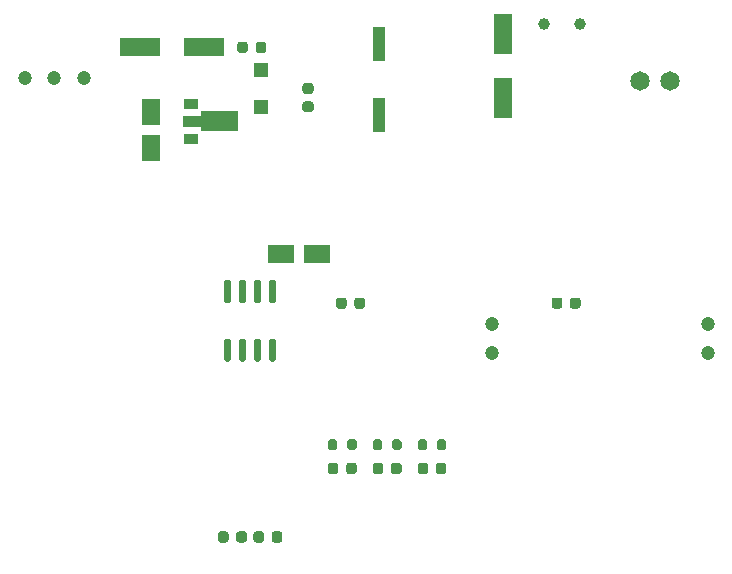
<source format=gbr>
%TF.GenerationSoftware,KiCad,Pcbnew,(5.1.10)-1*%
%TF.CreationDate,2022-02-04T20:39:48+09:00*%
%TF.ProjectId,Power,506f7765-722e-46b6-9963-61645f706362,rev?*%
%TF.SameCoordinates,Original*%
%TF.FileFunction,Soldermask,Bot*%
%TF.FilePolarity,Negative*%
%FSLAX46Y46*%
G04 Gerber Fmt 4.6, Leading zero omitted, Abs format (unit mm)*
G04 Created by KiCad (PCBNEW (5.1.10)-1) date 2022-02-04 20:39:48*
%MOMM*%
%LPD*%
G01*
G04 APERTURE LIST*
%ADD10C,1.200000*%
%ADD11C,1.000000*%
%ADD12R,3.500000X1.600000*%
%ADD13R,1.600000X2.200000*%
%ADD14R,1.600000X3.500000*%
%ADD15R,2.200000X1.600000*%
%ADD16R,1.000000X3.000000*%
%ADD17R,1.220000X1.150000*%
%ADD18C,1.650000*%
%ADD19R,1.300000X0.900000*%
%ADD20C,0.100000*%
G04 APERTURE END LIST*
D10*
%TO.C,J5*%
X30750000Y-3250000D03*
X30750000Y-750000D03*
%TD*%
D11*
%TO.C,SW1*%
X19900000Y24600000D03*
X16900000Y24600000D03*
%TD*%
D12*
%TO.C,C1*%
X-17300000Y22650000D03*
X-11900000Y22650000D03*
%TD*%
D13*
%TO.C,C2*%
X-16350000Y17150000D03*
X-16350000Y14150000D03*
%TD*%
D14*
%TO.C,C3*%
X13400000Y23800000D03*
X13400000Y18400000D03*
%TD*%
D15*
%TO.C,C4*%
X-2350000Y5150000D03*
X-5350000Y5150000D03*
%TD*%
D16*
%TO.C,C5*%
X2900000Y16900000D03*
X2900000Y22900000D03*
%TD*%
%TO.C,C6*%
G36*
G01*
X-2850000Y18725000D02*
X-3350000Y18725000D01*
G75*
G02*
X-3575000Y18950000I0J225000D01*
G01*
X-3575000Y19400000D01*
G75*
G02*
X-3350000Y19625000I225000J0D01*
G01*
X-2850000Y19625000D01*
G75*
G02*
X-2625000Y19400000I0J-225000D01*
G01*
X-2625000Y18950000D01*
G75*
G02*
X-2850000Y18725000I-225000J0D01*
G01*
G37*
G36*
G01*
X-2850000Y17175000D02*
X-3350000Y17175000D01*
G75*
G02*
X-3575000Y17400000I0J225000D01*
G01*
X-3575000Y17850000D01*
G75*
G02*
X-3350000Y18075000I225000J0D01*
G01*
X-2850000Y18075000D01*
G75*
G02*
X-2625000Y17850000I0J-225000D01*
G01*
X-2625000Y17400000D01*
G75*
G02*
X-2850000Y17175000I-225000J0D01*
G01*
G37*
%TD*%
%TO.C,C8*%
G36*
G01*
X-5275000Y-18550000D02*
X-5275000Y-19050000D01*
G75*
G02*
X-5500000Y-19275000I-225000J0D01*
G01*
X-5950000Y-19275000D01*
G75*
G02*
X-6175000Y-19050000I0J225000D01*
G01*
X-6175000Y-18550000D01*
G75*
G02*
X-5950000Y-18325000I225000J0D01*
G01*
X-5500000Y-18325000D01*
G75*
G02*
X-5275000Y-18550000I0J-225000D01*
G01*
G37*
G36*
G01*
X-6825000Y-18550000D02*
X-6825000Y-19050000D01*
G75*
G02*
X-7050000Y-19275000I-225000J0D01*
G01*
X-7500000Y-19275000D01*
G75*
G02*
X-7725000Y-19050000I0J225000D01*
G01*
X-7725000Y-18550000D01*
G75*
G02*
X-7500000Y-18325000I225000J0D01*
G01*
X-7050000Y-18325000D01*
G75*
G02*
X-6825000Y-18550000I0J-225000D01*
G01*
G37*
%TD*%
%TO.C,C9*%
G36*
G01*
X-9175000Y-19050000D02*
X-9175000Y-18550000D01*
G75*
G02*
X-8950000Y-18325000I225000J0D01*
G01*
X-8500000Y-18325000D01*
G75*
G02*
X-8275000Y-18550000I0J-225000D01*
G01*
X-8275000Y-19050000D01*
G75*
G02*
X-8500000Y-19275000I-225000J0D01*
G01*
X-8950000Y-19275000D01*
G75*
G02*
X-9175000Y-19050000I0J225000D01*
G01*
G37*
G36*
G01*
X-10725000Y-19050000D02*
X-10725000Y-18550000D01*
G75*
G02*
X-10500000Y-18325000I225000J0D01*
G01*
X-10050000Y-18325000D01*
G75*
G02*
X-9825000Y-18550000I0J-225000D01*
G01*
X-9825000Y-19050000D01*
G75*
G02*
X-10050000Y-19275000I-225000J0D01*
G01*
X-10500000Y-19275000D01*
G75*
G02*
X-10725000Y-19050000I0J225000D01*
G01*
G37*
%TD*%
%TO.C,C11*%
G36*
G01*
X7075000Y-12750000D02*
X7075000Y-13250000D01*
G75*
G02*
X6850000Y-13475000I-225000J0D01*
G01*
X6400000Y-13475000D01*
G75*
G02*
X6175000Y-13250000I0J225000D01*
G01*
X6175000Y-12750000D01*
G75*
G02*
X6400000Y-12525000I225000J0D01*
G01*
X6850000Y-12525000D01*
G75*
G02*
X7075000Y-12750000I0J-225000D01*
G01*
G37*
G36*
G01*
X8625000Y-12750000D02*
X8625000Y-13250000D01*
G75*
G02*
X8400000Y-13475000I-225000J0D01*
G01*
X7950000Y-13475000D01*
G75*
G02*
X7725000Y-13250000I0J225000D01*
G01*
X7725000Y-12750000D01*
G75*
G02*
X7950000Y-12525000I225000J0D01*
G01*
X8400000Y-12525000D01*
G75*
G02*
X8625000Y-12750000I0J-225000D01*
G01*
G37*
%TD*%
%TO.C,C12*%
G36*
G01*
X4825000Y-12750000D02*
X4825000Y-13250000D01*
G75*
G02*
X4600000Y-13475000I-225000J0D01*
G01*
X4150000Y-13475000D01*
G75*
G02*
X3925000Y-13250000I0J225000D01*
G01*
X3925000Y-12750000D01*
G75*
G02*
X4150000Y-12525000I225000J0D01*
G01*
X4600000Y-12525000D01*
G75*
G02*
X4825000Y-12750000I0J-225000D01*
G01*
G37*
G36*
G01*
X3275000Y-12750000D02*
X3275000Y-13250000D01*
G75*
G02*
X3050000Y-13475000I-225000J0D01*
G01*
X2600000Y-13475000D01*
G75*
G02*
X2375000Y-13250000I0J225000D01*
G01*
X2375000Y-12750000D01*
G75*
G02*
X2600000Y-12525000I225000J0D01*
G01*
X3050000Y-12525000D01*
G75*
G02*
X3275000Y-12750000I0J-225000D01*
G01*
G37*
%TD*%
%TO.C,C13*%
G36*
G01*
X1025000Y-12750000D02*
X1025000Y-13250000D01*
G75*
G02*
X800000Y-13475000I-225000J0D01*
G01*
X350000Y-13475000D01*
G75*
G02*
X125000Y-13250000I0J225000D01*
G01*
X125000Y-12750000D01*
G75*
G02*
X350000Y-12525000I225000J0D01*
G01*
X800000Y-12525000D01*
G75*
G02*
X1025000Y-12750000I0J-225000D01*
G01*
G37*
G36*
G01*
X-525000Y-12750000D02*
X-525000Y-13250000D01*
G75*
G02*
X-750000Y-13475000I-225000J0D01*
G01*
X-1200000Y-13475000D01*
G75*
G02*
X-1425000Y-13250000I0J225000D01*
G01*
X-1425000Y-12750000D01*
G75*
G02*
X-1200000Y-12525000I225000J0D01*
G01*
X-750000Y-12525000D01*
G75*
G02*
X-525000Y-12750000I0J-225000D01*
G01*
G37*
%TD*%
%TO.C,C20*%
G36*
G01*
X17525000Y750000D02*
X17525000Y1250000D01*
G75*
G02*
X17750000Y1475000I225000J0D01*
G01*
X18200000Y1475000D01*
G75*
G02*
X18425000Y1250000I0J-225000D01*
G01*
X18425000Y750000D01*
G75*
G02*
X18200000Y525000I-225000J0D01*
G01*
X17750000Y525000D01*
G75*
G02*
X17525000Y750000I0J225000D01*
G01*
G37*
G36*
G01*
X19075000Y750000D02*
X19075000Y1250000D01*
G75*
G02*
X19300000Y1475000I225000J0D01*
G01*
X19750000Y1475000D01*
G75*
G02*
X19975000Y1250000I0J-225000D01*
G01*
X19975000Y750000D01*
G75*
G02*
X19750000Y525000I-225000J0D01*
G01*
X19300000Y525000D01*
G75*
G02*
X19075000Y750000I0J225000D01*
G01*
G37*
%TD*%
%TO.C,C21*%
G36*
G01*
X825000Y750000D02*
X825000Y1250000D01*
G75*
G02*
X1050000Y1475000I225000J0D01*
G01*
X1500000Y1475000D01*
G75*
G02*
X1725000Y1250000I0J-225000D01*
G01*
X1725000Y750000D01*
G75*
G02*
X1500000Y525000I-225000J0D01*
G01*
X1050000Y525000D01*
G75*
G02*
X825000Y750000I0J225000D01*
G01*
G37*
G36*
G01*
X-725000Y750000D02*
X-725000Y1250000D01*
G75*
G02*
X-500000Y1475000I225000J0D01*
G01*
X-50000Y1475000D01*
G75*
G02*
X175000Y1250000I0J-225000D01*
G01*
X175000Y750000D01*
G75*
G02*
X-50000Y525000I-225000J0D01*
G01*
X-500000Y525000D01*
G75*
G02*
X-725000Y750000I0J225000D01*
G01*
G37*
%TD*%
D17*
%TO.C,D1*%
X-7100000Y20700000D03*
X-7100000Y17600000D03*
%TD*%
%TO.C,FB1*%
G36*
G01*
X-9075000Y22393750D02*
X-9075000Y22906250D01*
G75*
G02*
X-8856250Y23125000I218750J0D01*
G01*
X-8418750Y23125000D01*
G75*
G02*
X-8200000Y22906250I0J-218750D01*
G01*
X-8200000Y22393750D01*
G75*
G02*
X-8418750Y22175000I-218750J0D01*
G01*
X-8856250Y22175000D01*
G75*
G02*
X-9075000Y22393750I0J218750D01*
G01*
G37*
G36*
G01*
X-7500000Y22393750D02*
X-7500000Y22906250D01*
G75*
G02*
X-7281250Y23125000I218750J0D01*
G01*
X-6843750Y23125000D01*
G75*
G02*
X-6625000Y22906250I0J-218750D01*
G01*
X-6625000Y22393750D01*
G75*
G02*
X-6843750Y22175000I-218750J0D01*
G01*
X-7281250Y22175000D01*
G75*
G02*
X-7500000Y22393750I0J218750D01*
G01*
G37*
%TD*%
D18*
%TO.C,J1*%
X25050000Y19800000D03*
X27550000Y19800000D03*
%TD*%
D10*
%TO.C,J2*%
X-22100000Y20100000D03*
X-24600000Y20100000D03*
X-27100000Y20100000D03*
%TD*%
%TO.C,J6*%
X12500000Y-750000D03*
X12500000Y-3250000D03*
%TD*%
%TO.C,R5*%
G36*
G01*
X7825000Y-11275000D02*
X7825000Y-10725000D01*
G75*
G02*
X8025000Y-10525000I200000J0D01*
G01*
X8425000Y-10525000D01*
G75*
G02*
X8625000Y-10725000I0J-200000D01*
G01*
X8625000Y-11275000D01*
G75*
G02*
X8425000Y-11475000I-200000J0D01*
G01*
X8025000Y-11475000D01*
G75*
G02*
X7825000Y-11275000I0J200000D01*
G01*
G37*
G36*
G01*
X6175000Y-11275000D02*
X6175000Y-10725000D01*
G75*
G02*
X6375000Y-10525000I200000J0D01*
G01*
X6775000Y-10525000D01*
G75*
G02*
X6975000Y-10725000I0J-200000D01*
G01*
X6975000Y-11275000D01*
G75*
G02*
X6775000Y-11475000I-200000J0D01*
G01*
X6375000Y-11475000D01*
G75*
G02*
X6175000Y-11275000I0J200000D01*
G01*
G37*
%TD*%
%TO.C,R6*%
G36*
G01*
X4025000Y-11275000D02*
X4025000Y-10725000D01*
G75*
G02*
X4225000Y-10525000I200000J0D01*
G01*
X4625000Y-10525000D01*
G75*
G02*
X4825000Y-10725000I0J-200000D01*
G01*
X4825000Y-11275000D01*
G75*
G02*
X4625000Y-11475000I-200000J0D01*
G01*
X4225000Y-11475000D01*
G75*
G02*
X4025000Y-11275000I0J200000D01*
G01*
G37*
G36*
G01*
X2375000Y-11275000D02*
X2375000Y-10725000D01*
G75*
G02*
X2575000Y-10525000I200000J0D01*
G01*
X2975000Y-10525000D01*
G75*
G02*
X3175000Y-10725000I0J-200000D01*
G01*
X3175000Y-11275000D01*
G75*
G02*
X2975000Y-11475000I-200000J0D01*
G01*
X2575000Y-11475000D01*
G75*
G02*
X2375000Y-11275000I0J200000D01*
G01*
G37*
%TD*%
%TO.C,R7*%
G36*
G01*
X225000Y-11275000D02*
X225000Y-10725000D01*
G75*
G02*
X425000Y-10525000I200000J0D01*
G01*
X825000Y-10525000D01*
G75*
G02*
X1025000Y-10725000I0J-200000D01*
G01*
X1025000Y-11275000D01*
G75*
G02*
X825000Y-11475000I-200000J0D01*
G01*
X425000Y-11475000D01*
G75*
G02*
X225000Y-11275000I0J200000D01*
G01*
G37*
G36*
G01*
X-1425000Y-11275000D02*
X-1425000Y-10725000D01*
G75*
G02*
X-1225000Y-10525000I200000J0D01*
G01*
X-825000Y-10525000D01*
G75*
G02*
X-625000Y-10725000I0J-200000D01*
G01*
X-625000Y-11275000D01*
G75*
G02*
X-825000Y-11475000I-200000J0D01*
G01*
X-1225000Y-11475000D01*
G75*
G02*
X-1425000Y-11275000I0J200000D01*
G01*
G37*
%TD*%
%TO.C,RN1*%
G36*
G01*
X-5945000Y-3950000D02*
X-6245000Y-3950000D01*
G75*
G02*
X-6395000Y-3800000I0J150000D01*
G01*
X-6395000Y-2150000D01*
G75*
G02*
X-6245000Y-2000000I150000J0D01*
G01*
X-5945000Y-2000000D01*
G75*
G02*
X-5795000Y-2150000I0J-150000D01*
G01*
X-5795000Y-3800000D01*
G75*
G02*
X-5945000Y-3950000I-150000J0D01*
G01*
G37*
G36*
G01*
X-7215000Y-3950000D02*
X-7515000Y-3950000D01*
G75*
G02*
X-7665000Y-3800000I0J150000D01*
G01*
X-7665000Y-2150000D01*
G75*
G02*
X-7515000Y-2000000I150000J0D01*
G01*
X-7215000Y-2000000D01*
G75*
G02*
X-7065000Y-2150000I0J-150000D01*
G01*
X-7065000Y-3800000D01*
G75*
G02*
X-7215000Y-3950000I-150000J0D01*
G01*
G37*
G36*
G01*
X-8485000Y-3950000D02*
X-8785000Y-3950000D01*
G75*
G02*
X-8935000Y-3800000I0J150000D01*
G01*
X-8935000Y-2150000D01*
G75*
G02*
X-8785000Y-2000000I150000J0D01*
G01*
X-8485000Y-2000000D01*
G75*
G02*
X-8335000Y-2150000I0J-150000D01*
G01*
X-8335000Y-3800000D01*
G75*
G02*
X-8485000Y-3950000I-150000J0D01*
G01*
G37*
G36*
G01*
X-9755000Y-3950000D02*
X-10055000Y-3950000D01*
G75*
G02*
X-10205000Y-3800000I0J150000D01*
G01*
X-10205000Y-2150000D01*
G75*
G02*
X-10055000Y-2000000I150000J0D01*
G01*
X-9755000Y-2000000D01*
G75*
G02*
X-9605000Y-2150000I0J-150000D01*
G01*
X-9605000Y-3800000D01*
G75*
G02*
X-9755000Y-3950000I-150000J0D01*
G01*
G37*
G36*
G01*
X-9755000Y1000000D02*
X-10055000Y1000000D01*
G75*
G02*
X-10205000Y1150000I0J150000D01*
G01*
X-10205000Y2800000D01*
G75*
G02*
X-10055000Y2950000I150000J0D01*
G01*
X-9755000Y2950000D01*
G75*
G02*
X-9605000Y2800000I0J-150000D01*
G01*
X-9605000Y1150000D01*
G75*
G02*
X-9755000Y1000000I-150000J0D01*
G01*
G37*
G36*
G01*
X-8485000Y1000000D02*
X-8785000Y1000000D01*
G75*
G02*
X-8935000Y1150000I0J150000D01*
G01*
X-8935000Y2800000D01*
G75*
G02*
X-8785000Y2950000I150000J0D01*
G01*
X-8485000Y2950000D01*
G75*
G02*
X-8335000Y2800000I0J-150000D01*
G01*
X-8335000Y1150000D01*
G75*
G02*
X-8485000Y1000000I-150000J0D01*
G01*
G37*
G36*
G01*
X-7215000Y1000000D02*
X-7515000Y1000000D01*
G75*
G02*
X-7665000Y1150000I0J150000D01*
G01*
X-7665000Y2800000D01*
G75*
G02*
X-7515000Y2950000I150000J0D01*
G01*
X-7215000Y2950000D01*
G75*
G02*
X-7065000Y2800000I0J-150000D01*
G01*
X-7065000Y1150000D01*
G75*
G02*
X-7215000Y1000000I-150000J0D01*
G01*
G37*
G36*
G01*
X-5945000Y1000000D02*
X-6245000Y1000000D01*
G75*
G02*
X-6395000Y1150000I0J150000D01*
G01*
X-6395000Y2800000D01*
G75*
G02*
X-6245000Y2950000I150000J0D01*
G01*
X-5945000Y2950000D01*
G75*
G02*
X-5795000Y2800000I0J-150000D01*
G01*
X-5795000Y1150000D01*
G75*
G02*
X-5945000Y1000000I-150000J0D01*
G01*
G37*
%TD*%
D19*
%TO.C,U1*%
X-13000000Y14900000D03*
X-13000000Y17900000D03*
D20*
G36*
X-9050000Y15533500D02*
G01*
X-12175000Y15533500D01*
X-12175000Y15950000D01*
X-13650000Y15950000D01*
X-13650000Y16850000D01*
X-12175000Y16850000D01*
X-12175000Y17266500D01*
X-9050000Y17266500D01*
X-9050000Y15533500D01*
G37*
%TD*%
M02*

</source>
